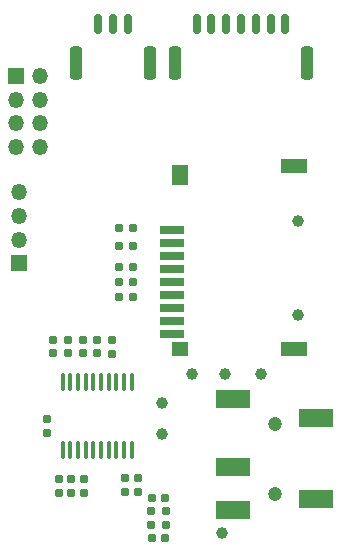
<source format=gbr>
%TF.GenerationSoftware,KiCad,Pcbnew,(6.0.0-rc1-323-gb9e66d8b98)*%
%TF.CreationDate,2021-12-29T00:01:46+08:00*%
%TF.ProjectId,AudioExtendBoard,41756469-6f45-4787-9465-6e64426f6172,rev?*%
%TF.SameCoordinates,Original*%
%TF.FileFunction,Soldermask,Top*%
%TF.FilePolarity,Negative*%
%FSLAX46Y46*%
G04 Gerber Fmt 4.6, Leading zero omitted, Abs format (unit mm)*
G04 Created by KiCad (PCBNEW (6.0.0-rc1-323-gb9e66d8b98)) date 2021-12-29 00:01:46*
%MOMM*%
%LPD*%
G01*
G04 APERTURE LIST*
G04 Aperture macros list*
%AMRoundRect*
0 Rectangle with rounded corners*
0 $1 Rounding radius*
0 $2 $3 $4 $5 $6 $7 $8 $9 X,Y pos of 4 corners*
0 Add a 4 corners polygon primitive as box body*
4,1,4,$2,$3,$4,$5,$6,$7,$8,$9,$2,$3,0*
0 Add four circle primitives for the rounded corners*
1,1,$1+$1,$2,$3*
1,1,$1+$1,$4,$5*
1,1,$1+$1,$6,$7*
1,1,$1+$1,$8,$9*
0 Add four rect primitives between the rounded corners*
20,1,$1+$1,$2,$3,$4,$5,0*
20,1,$1+$1,$4,$5,$6,$7,0*
20,1,$1+$1,$6,$7,$8,$9,0*
20,1,$1+$1,$8,$9,$2,$3,0*%
G04 Aperture macros list end*
%ADD10RoundRect,0.150000X0.150000X0.700000X-0.150000X0.700000X-0.150000X-0.700000X0.150000X-0.700000X0*%
%ADD11RoundRect,0.250000X0.250000X1.150000X-0.250000X1.150000X-0.250000X-1.150000X0.250000X-1.150000X0*%
%ADD12RoundRect,0.100000X0.100000X-0.637500X0.100000X0.637500X-0.100000X0.637500X-0.100000X-0.637500X0*%
%ADD13RoundRect,0.155000X-0.155000X0.212500X-0.155000X-0.212500X0.155000X-0.212500X0.155000X0.212500X0*%
%ADD14C,1.200000*%
%ADD15R,3.000000X1.500000*%
%ADD16RoundRect,0.155000X-0.212500X-0.155000X0.212500X-0.155000X0.212500X0.155000X-0.212500X0.155000X0*%
%ADD17C,1.000000*%
%ADD18RoundRect,0.155000X0.155000X-0.212500X0.155000X0.212500X-0.155000X0.212500X-0.155000X-0.212500X0*%
%ADD19RoundRect,0.160000X0.197500X0.160000X-0.197500X0.160000X-0.197500X-0.160000X0.197500X-0.160000X0*%
%ADD20RoundRect,0.160000X-0.197500X-0.160000X0.197500X-0.160000X0.197500X0.160000X-0.197500X0.160000X0*%
%ADD21RoundRect,0.160000X-0.160000X0.197500X-0.160000X-0.197500X0.160000X-0.197500X0.160000X0.197500X0*%
%ADD22R,1.350000X1.350000*%
%ADD23O,1.350000X1.350000*%
%ADD24R,2.000000X0.700000*%
%ADD25R,1.397000X1.270000*%
%ADD26R,2.286000X1.270000*%
%ADD27R,1.397000X1.778000*%
%ADD28RoundRect,0.155000X0.212500X0.155000X-0.212500X0.155000X-0.212500X-0.155000X0.212500X-0.155000X0*%
G04 APERTURE END LIST*
D10*
%TO.C,J5*%
X176190000Y-81110000D03*
X174940000Y-81110000D03*
X173690000Y-81110000D03*
D11*
X171840000Y-84460000D03*
X178040000Y-84460000D03*
%TD*%
D12*
%TO.C,U1*%
X170685000Y-117192500D03*
X171335000Y-117192500D03*
X171985000Y-117192500D03*
X172635000Y-117192500D03*
X173285000Y-117192500D03*
X173935000Y-117192500D03*
X174585000Y-117192500D03*
X175235000Y-117192500D03*
X175885000Y-117192500D03*
X176535000Y-117192500D03*
X176535000Y-111467500D03*
X175885000Y-111467500D03*
X175235000Y-111467500D03*
X174585000Y-111467500D03*
X173935000Y-111467500D03*
X173285000Y-111467500D03*
X172635000Y-111467500D03*
X171985000Y-111467500D03*
X171335000Y-111467500D03*
X170685000Y-111467500D03*
%TD*%
D13*
%TO.C,C1*%
X171135000Y-107865000D03*
X171135000Y-109000000D03*
%TD*%
D14*
%TO.C,PHONE1*%
X188628500Y-114947500D03*
X188628500Y-120947500D03*
D15*
X192128500Y-114447500D03*
X192128500Y-121347500D03*
X185128500Y-122247500D03*
X185128500Y-118647500D03*
X185128500Y-112847500D03*
%TD*%
D13*
%TO.C,C6*%
X169330000Y-114592500D03*
X169330000Y-115727500D03*
%TD*%
D16*
%TO.C,C12*%
X178245000Y-121240000D03*
X179380000Y-121240000D03*
%TD*%
D17*
%TO.C,TP1*%
X179110000Y-115810000D03*
%TD*%
D13*
%TO.C,C3*%
X169897500Y-107865000D03*
X169897500Y-109000000D03*
%TD*%
D18*
%TO.C,C5*%
X176000000Y-120717500D03*
X176000000Y-119582500D03*
%TD*%
D17*
%TO.C,TP6*%
X184404000Y-110744000D03*
%TD*%
D18*
%TO.C,C2*%
X171350000Y-120800000D03*
X171350000Y-119665000D03*
%TD*%
D17*
%TO.C,TP5*%
X181610000Y-110744000D03*
%TD*%
D19*
%TO.C,R8*%
X179390000Y-122373333D03*
X178195000Y-122373333D03*
%TD*%
D18*
%TO.C,C8*%
X177040000Y-120717500D03*
X177040000Y-119582500D03*
%TD*%
%TO.C,C7*%
X172450000Y-120800000D03*
X172450000Y-119665000D03*
%TD*%
%TO.C,C4*%
X170400000Y-120800000D03*
X170400000Y-119665000D03*
%TD*%
D20*
%TO.C,R1*%
X175442500Y-98410000D03*
X176637500Y-98410000D03*
%TD*%
D21*
%TO.C,R6*%
X174857500Y-107855000D03*
X174857500Y-109050000D03*
%TD*%
D20*
%TO.C,R4*%
X175463500Y-102975000D03*
X176658500Y-102975000D03*
%TD*%
D22*
%TO.C,J2*%
X166740000Y-85520000D03*
D23*
X168740000Y-85520000D03*
X166740000Y-87520000D03*
X168740000Y-87520000D03*
X166740000Y-89520000D03*
X168740000Y-89520000D03*
X166740000Y-91520000D03*
X168740000Y-91520000D03*
%TD*%
D19*
%TO.C,R7*%
X179390000Y-123516666D03*
X178195000Y-123516666D03*
%TD*%
D17*
%TO.C,TP3*%
X184200000Y-124250000D03*
%TD*%
D13*
%TO.C,C10*%
X173610000Y-107865000D03*
X173610000Y-109000000D03*
%TD*%
D17*
%TO.C,TP4*%
X187452000Y-110744000D03*
%TD*%
D20*
%TO.C,R5*%
X175463500Y-104260000D03*
X176658500Y-104260000D03*
%TD*%
D22*
%TO.C,J3*%
X167010000Y-101380000D03*
D23*
X167010000Y-99380000D03*
X167010000Y-97380000D03*
X167010000Y-95380000D03*
%TD*%
D10*
%TO.C,J4*%
X189530000Y-81080000D03*
X188280000Y-81080000D03*
X187030000Y-81080000D03*
X185780000Y-81080000D03*
X184530000Y-81080000D03*
X183280000Y-81080000D03*
X182030000Y-81080000D03*
D11*
X180180000Y-84430000D03*
X191380000Y-84430000D03*
%TD*%
D17*
%TO.C,TP2*%
X179130000Y-113230000D03*
%TD*%
D20*
%TO.C,R3*%
X175463500Y-101690000D03*
X176658500Y-101690000D03*
%TD*%
%TO.C,R2*%
X175432500Y-99880000D03*
X176627500Y-99880000D03*
%TD*%
D17*
%TO.C,J1*%
X190637000Y-105795000D03*
X190634000Y-97796000D03*
D24*
X179935000Y-98588000D03*
X179937000Y-99688000D03*
X179935000Y-100784000D03*
X179935000Y-101884000D03*
X179935000Y-102983000D03*
X179935000Y-104081000D03*
X179935000Y-105177000D03*
X179935000Y-106275000D03*
X179935000Y-107379000D03*
D25*
X180573000Y-108627000D03*
D26*
X190225000Y-108627000D03*
D27*
X180573000Y-93895000D03*
D26*
X190225000Y-93133000D03*
%TD*%
D28*
%TO.C,C11*%
X179380000Y-124650000D03*
X178245000Y-124650000D03*
%TD*%
D13*
%TO.C,C9*%
X172372500Y-107865000D03*
X172372500Y-109000000D03*
%TD*%
M02*

</source>
